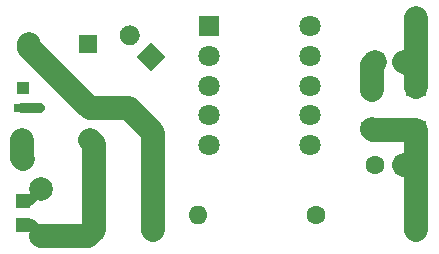
<source format=gbr>
%TF.GenerationSoftware,KiCad,Pcbnew,(5.1.12)-1*%
%TF.CreationDate,2022-05-04T12:53:07+05:30*%
%TF.ProjectId,5V3.5W,3556332e-3557-42e6-9b69-6361645f7063,rev?*%
%TF.SameCoordinates,Original*%
%TF.FileFunction,Copper,L1,Top*%
%TF.FilePolarity,Positive*%
%FSLAX46Y46*%
G04 Gerber Fmt 4.6, Leading zero omitted, Abs format (unit mm)*
G04 Created by KiCad (PCBNEW (5.1.12)-1) date 2022-05-04 12:53:07*
%MOMM*%
%LPD*%
G01*
G04 APERTURE LIST*
%TA.AperFunction,ComponentPad*%
%ADD10C,1.600000*%
%TD*%
%TA.AperFunction,ComponentPad*%
%ADD11R,1.600000X1.600000*%
%TD*%
%TA.AperFunction,ComponentPad*%
%ADD12O,1.600000X1.600000*%
%TD*%
%TA.AperFunction,SMDPad,CuDef*%
%ADD13R,1.400000X0.800000*%
%TD*%
%TA.AperFunction,SMDPad,CuDef*%
%ADD14R,1.200000X1.200000*%
%TD*%
%TA.AperFunction,ComponentPad*%
%ADD15R,1.000000X1.000000*%
%TD*%
%TA.AperFunction,ComponentPad*%
%ADD16C,1.000000*%
%TD*%
%TA.AperFunction,ComponentPad*%
%ADD17R,1.800000X1.800000*%
%TD*%
%TA.AperFunction,ComponentPad*%
%ADD18C,1.800000*%
%TD*%
%TA.AperFunction,SMDPad,CuDef*%
%ADD19R,1.800000X1.500000*%
%TD*%
%TA.AperFunction,ComponentPad*%
%ADD20C,2.000000*%
%TD*%
%TA.AperFunction,ComponentPad*%
%ADD21C,0.100000*%
%TD*%
%TA.AperFunction,ViaPad*%
%ADD22C,0.800000*%
%TD*%
%TA.AperFunction,Conductor*%
%ADD23C,2.000000*%
%TD*%
%TA.AperFunction,Conductor*%
%ADD24C,1.000000*%
%TD*%
%TA.AperFunction,Conductor*%
%ADD25C,0.800000*%
%TD*%
%TA.AperFunction,Conductor*%
%ADD26C,0.850000*%
%TD*%
G04 APERTURE END LIST*
D10*
%TO.P,C1,2*%
%TO.N,Net-(C1-Pad2)*%
X107500000Y-158000000D03*
D11*
%TO.P,C1,1*%
%TO.N,Net-(C1-Pad1)*%
X102500000Y-158000000D03*
%TD*%
%TO.P,C2,1*%
%TO.N,Net-(C2-Pad1)*%
X102000000Y-142250000D03*
D10*
%TO.P,C2,2*%
%TO.N,Net-(C1-Pad2)*%
X97000000Y-142250000D03*
%TD*%
%TO.P,C5,1*%
%TO.N,Net-(C5-Pad1)*%
X121250000Y-156750000D03*
D12*
%TO.P,C5,2*%
%TO.N,Net-(C1-Pad2)*%
X111250000Y-156750000D03*
%TD*%
D10*
%TO.P,C6,2*%
%TO.N,Net-(C5-Pad1)*%
X128750000Y-143750000D03*
D11*
%TO.P,C6,1*%
%TO.N,Net-(C6-Pad1)*%
X126250000Y-143750000D03*
%TD*%
%TO.P,C7,1*%
%TO.N,Net-(C7-Pad1)*%
X128750000Y-152500000D03*
D10*
%TO.P,C7,2*%
%TO.N,Net-(C5-Pad1)*%
X126250000Y-152500000D03*
%TD*%
D13*
%TO.P,D1,4*%
%TO.N,Net-(D1-Pad4)*%
X96400000Y-150335000D03*
%TO.P,D1,1*%
%TO.N,Net-(C1-Pad1)*%
X102100000Y-150335000D03*
%TO.P,D1,2*%
%TO.N,Net-(C1-Pad2)*%
X102100000Y-147665000D03*
%TO.P,D1,3*%
%TO.N,Net-(D1-Pad3)*%
X96400000Y-147665000D03*
%TD*%
%TO.P,FB1,1*%
%TO.N,Net-(C7-Pad1)*%
%TA.AperFunction,SMDPad,CuDef*%
G36*
G01*
X126700000Y-150025000D02*
X125300000Y-150025000D01*
G75*
G02*
X125050000Y-149775000I0J250000D01*
G01*
X125050000Y-149050000D01*
G75*
G02*
X125300000Y-148800000I250000J0D01*
G01*
X126700000Y-148800000D01*
G75*
G02*
X126950000Y-149050000I0J-250000D01*
G01*
X126950000Y-149775000D01*
G75*
G02*
X126700000Y-150025000I-250000J0D01*
G01*
G37*
%TD.AperFunction*%
%TO.P,FB1,2*%
%TO.N,Net-(C6-Pad1)*%
%TA.AperFunction,SMDPad,CuDef*%
G36*
G01*
X126700000Y-146700000D02*
X125300000Y-146700000D01*
G75*
G02*
X125050000Y-146450000I0J250000D01*
G01*
X125050000Y-145725000D01*
G75*
G02*
X125300000Y-145475000I250000J0D01*
G01*
X126700000Y-145475000D01*
G75*
G02*
X126950000Y-145725000I0J-250000D01*
G01*
X126950000Y-146450000D01*
G75*
G02*
X126700000Y-146700000I-250000J0D01*
G01*
G37*
%TD.AperFunction*%
%TD*%
D14*
%TO.P,R1,2*%
%TO.N,Net-(C1-Pad1)*%
X96500000Y-157600000D03*
%TO.P,R1,1*%
%TO.N,Net-(C2-Pad1)*%
X96500000Y-155500000D03*
%TD*%
D15*
%TO.P,TP1,1*%
%TO.N,Net-(F1-Pad1)*%
X96500000Y-146000000D03*
%TD*%
D16*
%TO.P,TP2,1*%
%TO.N,Net-(D1-Pad4)*%
X96500000Y-152000000D03*
%TD*%
D15*
%TO.P,TP3,1*%
%TO.N,Net-(C7-Pad1)*%
X130000000Y-158000000D03*
%TD*%
D16*
%TO.P,TP4,1*%
%TO.N,Net-(C5-Pad1)*%
X130000000Y-140000000D03*
%TD*%
D17*
%TO.P,U1,1*%
%TO.N,Net-(C4-Pad1)*%
X112245000Y-140750000D03*
D18*
%TO.P,U1,2*%
%TO.N,Net-(U1-Pad2)*%
X112245000Y-143250000D03*
%TO.P,U1,3*%
%TO.N,Net-(U1-Pad3)*%
X112245000Y-145750000D03*
%TO.P,U1,4*%
%TO.N,Net-(U1-Pad4)*%
X112245000Y-148250000D03*
%TO.P,U1,5*%
%TO.N,Net-(C1-Pad2)*%
X112245000Y-150750000D03*
%TO.P,U1,6*%
%TO.N,Net-(U1-Pad6)*%
X120755000Y-150750000D03*
%TO.P,U1,7*%
%TO.N,Net-(C5-Pad1)*%
X120755000Y-148250000D03*
%TO.P,U1,8*%
%TO.N,Net-(U1-Pad8)*%
X120755000Y-145750000D03*
%TO.P,U1,9*%
%TO.N,Net-(U1-Pad9)*%
X120755000Y-143250000D03*
%TO.P,U1,10*%
%TO.N,Net-(D3-Pad2)*%
X120755000Y-140750000D03*
%TD*%
D19*
%TO.P,R7,1*%
%TO.N,Net-(C5-Pad1)*%
X129750000Y-145900000D03*
%TO.P,R7,2*%
%TO.N,Net-(C7-Pad1)*%
X129750000Y-149500000D03*
%TD*%
D20*
%TO.P,L1,1*%
%TO.N,Net-(C1-Pad1)*%
X98000000Y-158500000D03*
%TO.P,L1,2*%
%TO.N,Net-(C2-Pad1)*%
X98000000Y-154500000D03*
%TD*%
%TA.AperFunction,ComponentPad*%
D21*
%TO.P,C4,1*%
%TO.N,Net-(C4-Pad1)*%
G36*
X107296051Y-142093969D02*
G01*
X108498133Y-143296051D01*
X107296051Y-144498133D01*
X106093969Y-143296051D01*
X107296051Y-142093969D01*
G37*
%TD.AperFunction*%
%TO.P,C4,2*%
%TO.N,Net-(C4-Pad2)*%
%TA.AperFunction,ComponentPad*%
G36*
G01*
X106101041Y-140898959D02*
X106101041Y-140898959D01*
G75*
G02*
X106101041Y-142101041I-601041J-601041D01*
G01*
X106101041Y-142101041D01*
G75*
G02*
X104898959Y-142101041I-601041J601041D01*
G01*
X104898959Y-142101041D01*
G75*
G02*
X104898959Y-140898959I601041J601041D01*
G01*
X104898959Y-140898959D01*
G75*
G02*
X106101041Y-140898959I601041J-601041D01*
G01*
G37*
%TD.AperFunction*%
%TD*%
D22*
%TO.N,Net-(D1-Pad3)*%
X97915000Y-147665000D03*
%TD*%
D23*
%TO.N,Net-(C1-Pad2)*%
X105415000Y-147665000D02*
X107500000Y-149750000D01*
X102100000Y-147665000D02*
X105415000Y-147665000D01*
X107500000Y-149750000D02*
X107500000Y-158000000D01*
X97000000Y-142565000D02*
X102100000Y-147665000D01*
X97000000Y-142250000D02*
X97000000Y-142565000D01*
%TO.N,Net-(C1-Pad1)*%
X102000000Y-158500000D02*
X102500000Y-158000000D01*
X98000000Y-158500000D02*
X102000000Y-158500000D01*
X102500000Y-150735000D02*
X102100000Y-150335000D01*
X102500000Y-158000000D02*
X102500000Y-150735000D01*
D24*
X96500000Y-157600000D02*
X97100000Y-157600000D01*
X97100000Y-157600000D02*
X98000000Y-158500000D01*
D25*
%TO.N,Net-(C2-Pad1)*%
X97000000Y-155500000D02*
X98000000Y-154500000D01*
X96500000Y-155500000D02*
X97000000Y-155500000D01*
D26*
%TO.N,Net-(C5-Pad1)*%
X129750000Y-144500000D02*
X129750000Y-145900000D01*
D24*
X129750000Y-140250000D02*
X130000000Y-140000000D01*
X128750000Y-143750000D02*
X129500000Y-143750000D01*
X129750000Y-143500000D02*
X129750000Y-140250000D01*
X129500000Y-143750000D02*
X129750000Y-143500000D01*
X129750000Y-145900000D02*
X129750000Y-143500000D01*
D23*
X129750000Y-140024990D02*
X129774990Y-140000000D01*
X129750000Y-145900000D02*
X129750000Y-140024990D01*
X129000000Y-143750000D02*
X129250000Y-144000000D01*
X128750000Y-143750000D02*
X129000000Y-143750000D01*
D26*
X129250000Y-144000000D02*
X129750000Y-144500000D01*
D23*
%TO.N,Net-(C6-Pad1)*%
X126000000Y-144000000D02*
X126250000Y-143750000D01*
X126000000Y-146087500D02*
X126000000Y-144000000D01*
%TO.N,Net-(C7-Pad1)*%
X129750000Y-157975010D02*
X129774990Y-158000000D01*
X128750000Y-152500000D02*
X129750000Y-152500000D01*
X129750000Y-152500000D02*
X129750000Y-157975010D01*
X129750000Y-149500000D02*
X129750000Y-152500000D01*
X126087500Y-149500000D02*
X126000000Y-149412500D01*
X129750000Y-149500000D02*
X126087500Y-149500000D01*
%TO.N,Net-(D1-Pad4)*%
X96400000Y-151900000D02*
X96500000Y-152000000D01*
X96400000Y-150335000D02*
X96400000Y-151900000D01*
D26*
%TO.N,Net-(D1-Pad3)*%
X96400000Y-147665000D02*
X97915000Y-147665000D01*
%TD*%
M02*

</source>
